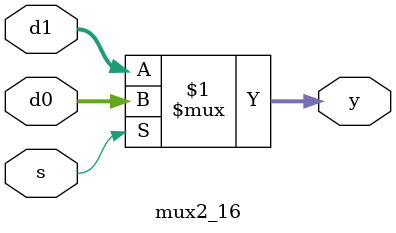
<source format=sv>
module mux2_16(input logic [15:0] d0,d1,
				input logic s,
				output logic [15:0] y);
		assign y = s ? d0 : d1;
endmodule 
</source>
